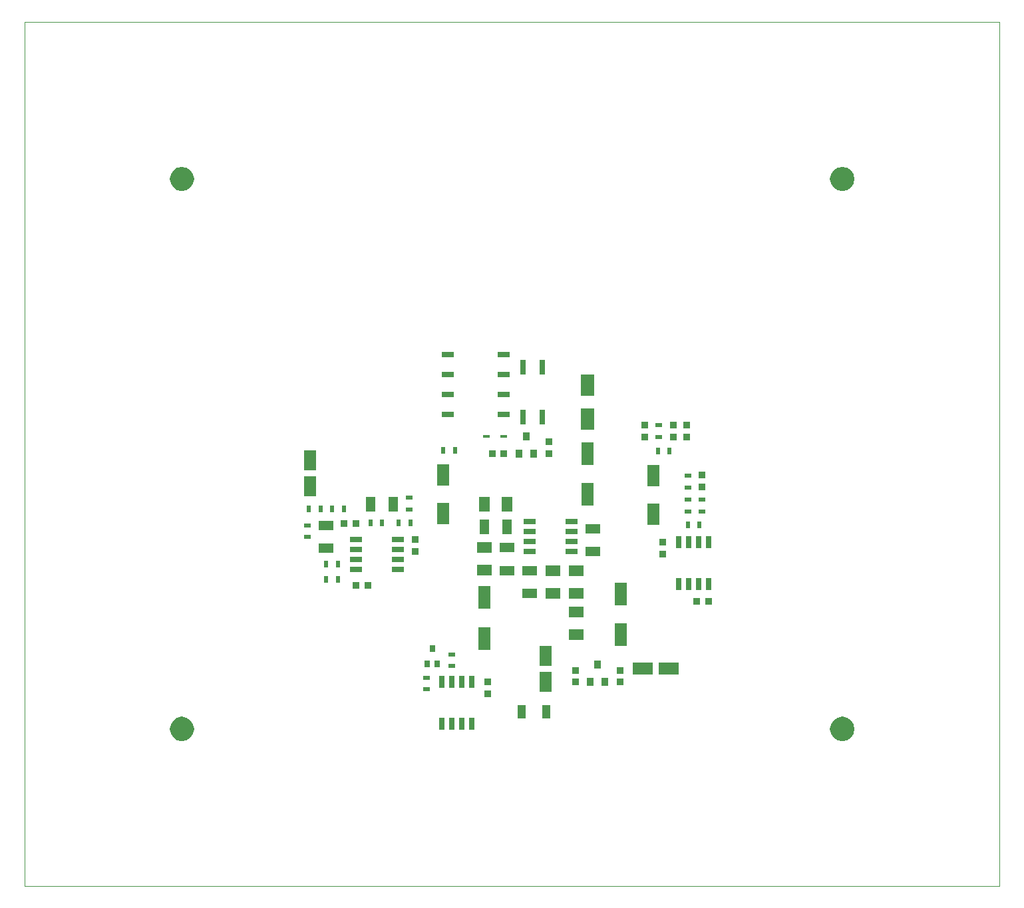
<source format=gtp>
%FSLAX46Y46*%
%MOMM*%
%ADD10C,0.100000*%
%AMPS47*
21,1,1.594948,2.741421,0.000000,0.000000,0.000000*
%
%ADD47PS47*%
%AMPS48*
21,1,1.594948,2.741421,0.000000,0.000000,180.000000*
%
%ADD48PS48*%
%AMPS35*
21,1,1.600000,2.950000,0.000000,0.000000,0.000000*
%
%ADD35PS35*%
%AMPS36*
21,1,1.600000,2.950000,0.000000,0.000000,180.000000*
%
%ADD36PS36*%
%AMPS44*
21,1,0.600000,1.550000,0.000000,0.000000,0.000000*
%
%ADD44PS44*%
%AMPS49*
21,1,0.600000,1.550000,0.000000,0.000000,90.000000*
%
%ADD49PS49*%
%AMPS43*
21,1,0.600000,1.550000,0.000000,0.000000,180.000000*
%
%ADD43PS43*%
%AMPS50*
21,1,0.600000,1.550000,0.000000,0.000000,270.000000*
%
%ADD50PS50*%
%AMPS26*
21,1,1.600000,2.500000,0.000000,0.000000,0.000000*
%
%ADD26PS26*%
%AMPS19*
21,1,1.600000,2.500000,0.000000,0.000000,90.000000*
%
%ADD19PS19*%
%AMPS25*
21,1,1.600000,2.500000,0.000000,0.000000,180.000000*
%
%ADD25PS25*%
%AMPS20*
21,1,1.600000,2.500000,0.000000,0.000000,270.000000*
%
%ADD20PS20*%
%AMPS31*
21,1,0.900000,1.000000,0.000000,0.000000,0.000000*
%
%ADD31PS31*%
%AMPS32*
21,1,0.900000,1.000000,0.000000,0.000000,180.000000*
%
%ADD32PS32*%
%AMPS33*
21,1,0.400000,0.900000,0.000000,0.000000,90.000000*
%
%ADD33PS33*%
%AMPS34*
21,1,0.400000,0.900000,0.000000,0.000000,270.000000*
%
%ADD34PS34*%
%AMPS22*
21,1,0.600000,1.800000,0.000000,0.000000,0.000000*
%
%ADD22PS22*%
%AMPS21*
21,1,0.600000,1.800000,0.000000,0.000000,180.000000*
%
%ADD21PS21*%
%AMPS24*
21,1,0.701421,1.491421,0.000000,0.000000,90.000000*
%
%ADD24PS24*%
%AMPS23*
21,1,0.701421,1.491421,0.000000,0.000000,270.000000*
%
%ADD23PS23*%
%AMPS37*
21,1,1.800000,1.340000,0.000000,0.000000,0.000000*
%
%ADD37PS37*%
%AMPS41*
21,1,1.800000,1.340000,0.000000,0.000000,90.000000*
%
%ADD41PS41*%
%AMPS38*
21,1,1.800000,1.340000,0.000000,0.000000,180.000000*
%
%ADD38PS38*%
%AMPS42*
21,1,1.800000,1.340000,0.000000,0.000000,270.000000*
%
%ADD42PS42*%
%AMPS16*
21,1,1.800000,1.200000,0.000000,0.000000,0.000000*
%
%ADD16PS16*%
%AMPS46*
21,1,1.800000,1.200000,0.000000,0.000000,90.000000*
%
%ADD46PS46*%
%AMPS15*
21,1,1.800000,1.200000,0.000000,0.000000,180.000000*
%
%ADD15PS15*%
%AMPS45*
21,1,1.800000,1.200000,0.000000,0.000000,270.000000*
%
%ADD45PS45*%
%AMPS29*
21,1,0.900000,0.500000,0.000000,0.000000,0.000000*
%
%ADD29PS29*%
%AMPS18*
21,1,0.900000,0.500000,0.000000,0.000000,90.000000*
%
%ADD18PS18*%
%AMPS30*
21,1,0.900000,0.500000,0.000000,0.000000,180.000000*
%
%ADD30PS30*%
%AMPS17*
21,1,0.900000,0.500000,0.000000,0.000000,270.000000*
%
%ADD17PS17*%
%AMPS52*
21,1,1.700000,1.100000,0.000000,0.000000,90.000000*
%
%ADD52PS52*%
%AMPS51*
21,1,1.700000,1.100000,0.000000,0.000000,270.000000*
%
%ADD51PS51*%
%AMPS39*
21,1,0.700000,0.900000,0.000000,0.000000,0.000000*
%
%ADD39PS39*%
%AMPS40*
21,1,0.700000,0.900000,0.000000,0.000000,180.000000*
%
%ADD40PS40*%
%AMPS14*
21,1,0.850000,0.800000,0.000000,0.000000,0.000000*
%
%ADD14PS14*%
%AMPS12*
21,1,0.850000,0.800000,0.000000,0.000000,90.000000*
%
%ADD12PS12*%
%AMPS13*
21,1,0.850000,0.800000,0.000000,0.000000,180.000000*
%
%ADD13PS13*%
%AMPS11*
21,1,0.850000,0.800000,0.000000,0.000000,270.000000*
%
%ADD11PS11*%
%AMPS28*
21,1,1.750000,2.650000,0.000000,0.000000,0.000000*
%
%ADD28PS28*%
%AMPS27*
21,1,1.750000,2.650000,0.000000,0.000000,180.000000*
%
%ADD27PS27*%
G01*
%LPD*%
G36*
X93432013Y90593159D02*
X93550000Y90000000D01*
X93550000Y90000000D01*
X93432013Y89406840D01*
X93096015Y88903984D01*
X92593159Y88567986D01*
X92000000Y88450000D01*
X91406840Y88567986D01*
X90903984Y88903984D01*
X90567986Y89406840D01*
X90450000Y90000000D01*
X90567986Y90593159D01*
X90903984Y91096015D01*
X91406840Y91432013D01*
X92000000Y91550000D01*
X92593159Y91432013D01*
X93096015Y91096015D01*
X93432013Y90593159D01*
D02*
G37*
%LPD*%
G36*
X9432013Y90593159D02*
X9550000Y90000000D01*
X9550000Y90000000D01*
X9432013Y89406840D01*
X9096015Y88903984D01*
X8593159Y88567986D01*
X8000000Y88450000D01*
X7406840Y88567986D01*
X6903984Y88903984D01*
X6567986Y89406840D01*
X6450000Y90000000D01*
X6567986Y90593159D01*
X6903984Y91096015D01*
X7406840Y91432013D01*
X8000000Y91550000D01*
X8593159Y91432013D01*
X9096015Y91096015D01*
X9432013Y90593159D01*
D02*
G37*
%LPD*%
G36*
X9432013Y20593159D02*
X9550000Y20000000D01*
X9550000Y20000000D01*
X9432013Y19406840D01*
X9096015Y18903984D01*
X8593159Y18567986D01*
X8000000Y18450000D01*
X7406840Y18567986D01*
X6903984Y18903984D01*
X6567986Y19406840D01*
X6450000Y20000000D01*
X6567986Y20593159D01*
X6903984Y21096015D01*
X7406840Y21432013D01*
X8000000Y21550000D01*
X8593159Y21432013D01*
X9096015Y21096015D01*
X9432013Y20593159D01*
D02*
G37*
%LPD*%
G36*
X93432013Y20593159D02*
X93550000Y20000000D01*
X93550000Y20000000D01*
X93432013Y19406840D01*
X93096015Y18903984D01*
X92593159Y18567986D01*
X92000000Y18450000D01*
X91406840Y18567986D01*
X90903984Y18903984D01*
X90567986Y19406840D01*
X90450000Y20000000D01*
X90567986Y20593159D01*
X90903984Y21096015D01*
X91406840Y21432013D01*
X92000000Y21550000D01*
X92593159Y21432013D01*
X93096015Y21096015D01*
X93432013Y20593159D01*
D02*
G37*
G01*
%LPD*%
D10*
X112000000Y110000000D02*
X112000000Y0D01*
D10*
X-12000000Y110000000D02*
X112000000Y110000000D01*
D10*
X112000000Y0D02*
X-12000000Y0D01*
D10*
X-12000000Y0D02*
X-12000000Y110000000D01*
G75*
D11*
X28630000Y46160000D03*
D12*
X30130000Y46160000D03*
D13*
X74190000Y52330000D03*
D14*
X74190000Y50830000D03*
D15*
X49390000Y43060000D03*
D16*
X49390000Y40160000D03*
D17*
X26330000Y39060000D03*
D18*
X27830000Y39060000D03*
D12*
X31630000Y38300000D03*
D11*
X30130000Y38300000D03*
D19*
X69950000Y27700000D03*
D20*
X66650000Y27700000D03*
D21*
X51370000Y66000000D03*
D22*
X53870000Y59700000D03*
D22*
X51370000Y59700000D03*
D21*
X53870000Y66000000D03*
D23*
X41825000Y59990000D03*
D24*
X48975000Y62530000D03*
D24*
X48975000Y67610000D03*
D24*
X48975000Y65070000D03*
D23*
X41825000Y62530000D03*
D23*
X41825000Y67610000D03*
D24*
X48975000Y59990000D03*
D23*
X41825000Y65070000D03*
D16*
X26330000Y43010000D03*
D15*
X26330000Y45910000D03*
D25*
X54240000Y29250000D03*
D26*
X54240000Y25950000D03*
D27*
X59630000Y63750000D03*
D28*
X59630000Y59450000D03*
D18*
X25630000Y47960000D03*
D17*
X24130000Y47960000D03*
D13*
X70500000Y58650000D03*
D14*
X70500000Y57150000D03*
D29*
X36900000Y47950000D03*
D30*
X36900000Y49450000D03*
D16*
X52240000Y37260000D03*
D15*
X52240000Y40160000D03*
D31*
X61840000Y25950000D03*
D32*
X60890000Y28150000D03*
D31*
X59940000Y25950000D03*
D30*
X72350000Y49170000D03*
D29*
X72350000Y47670000D03*
D33*
X48975000Y57200000D03*
D34*
X46775000Y57200000D03*
D16*
X60300000Y42590000D03*
D15*
X60300000Y45490000D03*
D14*
X37650000Y42610000D03*
D13*
X37650000Y44110000D03*
D30*
X68690000Y58650000D03*
D29*
X68690000Y57150000D03*
D30*
X74190000Y49170000D03*
D29*
X74190000Y47670000D03*
D13*
X58050000Y27450000D03*
D14*
X58050000Y25950000D03*
D35*
X46490000Y31510000D03*
D36*
X46490000Y36710000D03*
D11*
X47475000Y55030000D03*
D12*
X48975000Y55030000D03*
D29*
X72350000Y50730000D03*
D30*
X72350000Y52230000D03*
D37*
X58200000Y31966117D03*
D38*
X58200000Y34833883D03*
D39*
X39190000Y28280000D03*
D39*
X40490000Y28280000D03*
D40*
X39840000Y30180000D03*
D41*
X49363883Y48600000D03*
D42*
X46496117Y48600000D03*
D43*
X71190000Y43770000D03*
D43*
X73740000Y43770000D03*
D43*
X75010000Y43770000D03*
D44*
X75010000Y38430000D03*
D44*
X72460000Y38430000D03*
D43*
X72460000Y43770000D03*
D44*
X71190000Y38430000D03*
D44*
X73740000Y38430000D03*
D17*
X72350000Y46000000D03*
D18*
X73850000Y46000000D03*
D37*
X58200000Y37256117D03*
D38*
X58200000Y40123883D03*
D44*
X44910000Y20610000D03*
D44*
X42360000Y20610000D03*
D44*
X41090000Y20610000D03*
D43*
X41090000Y25950000D03*
D43*
X43640000Y25950000D03*
D44*
X43640000Y20610000D03*
D43*
X44910000Y25950000D03*
D43*
X42360000Y25950000D03*
D45*
X46490000Y45700000D03*
D46*
X49390000Y45700000D03*
D37*
X55180000Y37256117D03*
D38*
X55180000Y40123883D03*
D47*
X67990000Y47330001D03*
D48*
X67990000Y52229999D03*
D30*
X42360000Y29480000D03*
D29*
X42360000Y27980000D03*
D18*
X37070000Y46220000D03*
D17*
X35570000Y46220000D03*
D38*
X46490000Y43043883D03*
D37*
X46490000Y40176117D03*
D35*
X59630000Y49830000D03*
D36*
X59630000Y55030000D03*
D13*
X54680000Y56530000D03*
D14*
X54680000Y55030000D03*
D14*
X72260000Y57150000D03*
D13*
X72260000Y58650000D03*
D31*
X52780000Y55030000D03*
D32*
X51830000Y57230000D03*
D31*
X50880000Y55030000D03*
D13*
X63750000Y27450000D03*
D14*
X63750000Y25950000D03*
D29*
X23930000Y44410000D03*
D30*
X23930000Y45910000D03*
D11*
X73510000Y36260000D03*
D12*
X75010000Y36260000D03*
D35*
X63800000Y31970000D03*
D36*
X63800000Y37170000D03*
D45*
X31970000Y48620000D03*
D46*
X34870000Y48620000D03*
D49*
X57570000Y46410000D03*
D49*
X57570000Y43860000D03*
D49*
X57570000Y42590000D03*
D50*
X52230000Y42590000D03*
D50*
X52230000Y45140000D03*
D49*
X57570000Y45140000D03*
D50*
X52230000Y46410000D03*
D50*
X52230000Y43860000D03*
D49*
X35470000Y44110000D03*
D49*
X35470000Y41560000D03*
D49*
X35470000Y40290000D03*
D50*
X30130000Y40290000D03*
D50*
X30130000Y42840000D03*
D49*
X35470000Y42840000D03*
D50*
X30130000Y44110000D03*
D50*
X30130000Y41560000D03*
D51*
X51200000Y22200000D03*
D52*
X54400000Y22200000D03*
D14*
X66880000Y57150000D03*
D13*
X66880000Y58650000D03*
D47*
X41230000Y47440001D03*
D48*
X41230000Y52339999D03*
D14*
X46880000Y24450000D03*
D13*
X46880000Y25950000D03*
D14*
X69200000Y42270000D03*
D13*
X69200000Y43770000D03*
D18*
X70050000Y55340000D03*
D17*
X68550000Y55340000D03*
D18*
X33470000Y46220000D03*
D17*
X31970000Y46220000D03*
D30*
X39080000Y26510000D03*
D29*
X39080000Y25010000D03*
D18*
X27830000Y40960000D03*
D17*
X26330000Y40960000D03*
D18*
X42730000Y55439999D03*
D17*
X41230000Y55439999D03*
D18*
X28630000Y47960000D03*
D17*
X27130000Y47960000D03*
D25*
X24260000Y54210000D03*
D26*
X24260000Y50910000D03*
M02*

</source>
